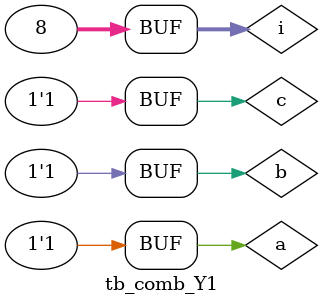
<source format=v>
`timescale 10ns / 1ns
`include "comb_Y1.v"

module tb_comb_Y1();
  reg a, b, c;
  wire y;
  integer i;
  
  comb_Y1 c0 (y, a, b, c);
  
  initial
  begin
    {a,b,c} = 3'b0;
    for (i=0; i<8; i=i+1)
    begin
      {a,b,c} = i;
      #1;
    end
  end
  
  initial
    $monitor("time=%4t, ABC=%b, Y=%b",
              $time, {a,b,c}, y);
  
endmodule
 
</source>
